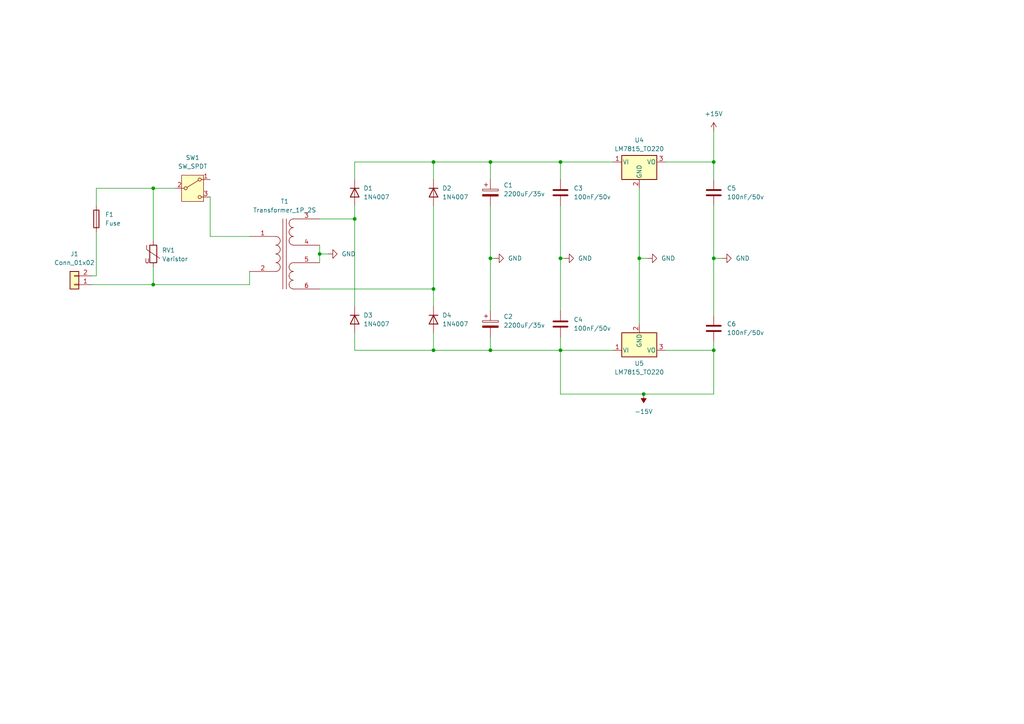
<source format=kicad_sch>
(kicad_sch (version 20231120) (generator "eeschema") (generator_version "8.0")
  (paper "A4")
  (lib_symbols
    (symbol "Connector_Generic:Conn_01x02" (pin_names (offset 1.016) hide)
      (property "Reference" "J" (at 0 2.54 0))
      (property "Value" "Conn_01x02" (at 0 -5.08 0))
      (symbol "Conn_01x02_1_1"
        (rectangle (start -1.27 -2.413) (end 0 -2.667) (stroke (width 0.1524)))
        (rectangle (start -1.27 0.127) (end 0 -0.127) (stroke (width 0.1524)))
        (rectangle (start -1.27 1.27) (end 1.27 -3.81) (stroke (width 0.254)) (fill (type background)))
        (pin passive line (at -5.08 0 0) (length 3.81) (name "Pin_1") (number "1"))
        (pin passive line (at -5.08 -2.54 0) (length 3.81) (name "Pin_2") (number "2"))
      )
    )
    (symbol "Device:C" (pin_numbers hide) (pin_names (offset 0.254))
      (property "Reference" "C" (at 0.635 2.54 0))
      (property "Value" "C" (at 0.635 -2.54 0))
      (symbol "C_0_1"
        (polyline (pts (xy -2.032 -0.762) (xy 2.032 -0.762)) (stroke (width 0.508)))
        (polyline (pts (xy -2.032 0.762) (xy 2.032 0.762)) (stroke (width 0.508)))
      )
      (symbol "C_1_1"
        (pin passive line (at 0 3.81 270) (length 2.794) (name "~") (number "1"))
        (pin passive line (at 0 -3.81 90) (length 2.794) (name "~") (number "2"))
      )
    )
    (symbol "Device:C_Polarized" (pin_numbers hide) (pin_names (offset 0.254))
      (property "Reference" "C" (at 0.635 2.54 0))
      (property "Value" "C_Polarized" (at 0.635 -2.54 0))
      (symbol "C_Polarized_0_1"
        (rectangle (start -2.286 0.508) (end 2.286 1.016))
        (polyline (pts (xy -1.778 2.286) (xy -0.762 2.286)))
        (polyline (pts (xy -1.27 2.794) (xy -1.27 1.778)))
        (rectangle (start 2.286 -0.508) (end -2.286 -1.016) (fill (type outline)))
      )
      (symbol "C_Polarized_1_1"
        (pin passive line (at 0 3.81 270) (length 2.794) (name "~") (number "1"))
        (pin passive line (at 0 -3.81 90) (length 2.794) (name "~") (number "2"))
      )
    )
    (symbol "Device:Fuse" (pin_numbers hide) (pin_names (offset 0))
      (property "Reference" "F" (at 2.032 0 90))
      (property "Value" "Fuse" (at -1.905 0 90))
      (symbol "Fuse_0_1"
        (rectangle (start -0.762 -2.54) (end 0.762 2.54) (stroke (width 0.254)))
        (polyline (pts (xy 0 2.54) (xy 0 -2.54)))
      )
      (symbol "Fuse_1_1"
        (pin passive line (at 0 3.81 270) (length 1.27) (name "~") (number "1"))
        (pin passive line (at 0 -3.81 90) (length 1.27) (name "~") (number "2"))
      )
    )
    (symbol "Device:Transformer_1P_2S" (pin_names (offset 1.016) hide)
      (property "Reference" "T" (at 0 12.7 0))
      (property "Value" "Transformer_1P_2S" (at 0 -12.7 0))
      (symbol "Transformer_1P_2S_0_1"
        (arc (start -2.54 -5.0546) (mid -1.6599 -4.6901) (end -1.27 -3.81))
        (arc (start -2.54 -2.5146) (mid -1.6599 -2.1501) (end -1.27 -1.27))
        (arc (start -2.54 0.0254) (mid -1.6599 0.3899) (end -1.27 1.27))
        (arc (start -2.54 2.5654) (mid -1.6599 2.9299) (end -1.27 3.81))
        (arc (start -1.27 -3.81) (mid -1.642 -2.912) (end -2.54 -2.54))
        (arc (start -1.27 -1.27) (mid -1.642 -0.372) (end -2.54 0))
        (arc (start -1.27 1.27) (mid -1.642 2.168) (end -2.54 2.54))
        (arc (start -1.27 3.81) (mid -1.642 4.708) (end -2.54 5.08))
        (polyline (pts (xy -0.508 -10.16) (xy -0.508 10.16)))
        (polyline (pts (xy 0.508 10.16) (xy 0.508 -10.16)))
        (arc (start 1.2954 -8.89) (mid 1.6599 -9.7701) (end 2.54 -10.1346))
        (arc (start 1.2954 -6.35) (mid 1.6599 -7.2301) (end 2.54 -7.5946))
        (arc (start 1.2954 -3.81) (mid 1.6599 -4.6901) (end 2.54 -5.0546))
        (arc (start 1.2954 3.81) (mid 1.6599 2.9299) (end 2.54 2.5654))
        (arc (start 1.2954 6.35) (mid 1.6599 5.4699) (end 2.54 5.1054))
        (arc (start 1.2954 8.89) (mid 1.6599 8.0099) (end 2.54 7.6454))
        (arc (start 2.54 -7.62) (mid 1.642 -7.992) (end 1.2954 -8.89))
        (arc (start 2.54 -5.08) (mid 1.642 -5.452) (end 1.2954 -6.35))
        (arc (start 2.54 -2.54) (mid 1.642 -2.912) (end 1.2954 -3.81))
        (arc (start 2.54 5.08) (mid 1.642 4.708) (end 1.2954 3.81))
        (arc (start 2.54 7.62) (mid 1.642 7.248) (end 1.2954 6.35))
        (arc (start 2.54 10.16) (mid 1.642 9.788) (end 1.2954 8.89))
      )
      (symbol "Transformer_1P_2S_1_1"
        (pin passive line (at -10.16 5.08 0) (length 7.62) (name "AA") (number "1"))
        (pin passive line (at -10.16 -5.08 0) (length 7.62) (name "AB") (number "2"))
        (pin passive line (at 10.16 10.16 180) (length 7.62) (name "SA") (number "3"))
        (pin passive line (at 10.16 2.54 180) (length 7.62) (name "SB") (number "4"))
        (pin passive line (at 10.16 -2.54 180) (length 7.62) (name "SC") (number "5"))
        (pin passive line (at 10.16 -10.16 180) (length 7.62) (name "SD") (number "6"))
      )
    )
    (symbol "Device:Varistor" (pin_numbers hide) (pin_names (offset 0))
      (property "Reference" "RV" (at 3.175 0 90))
      (property "Value" "Varistor" (at -3.175 0 90))
      (symbol "Varistor_0_0"
        (text "U" (at -1.778 -2.032 0) (effects (font (size 1.27 1.27))))
      )
      (symbol "Varistor_0_1"
        (rectangle (start -1.016 -2.54) (end 1.016 2.54) (stroke (width 0.254)))
        (polyline (pts (xy -1.905 2.54) (xy -1.905 1.27) (xy 1.905 -1.27)))
      )
      (symbol "Varistor_1_1"
        (pin passive line (at 0 3.81 270) (length 1.27) (name "~") (number "1"))
        (pin passive line (at 0 -3.81 90) (length 1.27) (name "~") (number "2"))
      )
    )
    (symbol "Diode:1N4007" (pin_numbers hide) (pin_names hide)
      (property "Reference" "D" (at 0 2.54 0))
      (property "Value" "1N4007" (at 0 -2.54 0))
      (symbol "1N4007_0_1"
        (polyline (pts (xy -1.27 1.27) (xy -1.27 -1.27)) (stroke (width 0.254)))
        (polyline (pts (xy 1.27 0) (xy -1.27 0)))
        (polyline (pts (xy 1.27 1.27) (xy 1.27 -1.27) (xy -1.27 0) (xy 1.27 1.27)) (stroke (width 0.254)))
      )
      (symbol "1N4007_1_1"
        (pin passive line (at -3.81 0 0) (length 2.54) (name "K") (number "1"))
        (pin passive line (at 3.81 0 180) (length 2.54) (name "A") (number "2"))
      )
    )
    (symbol "Regulator_Linear:LM7815_TO220" (pin_names (offset 0.254))
      (property "Reference" "U" (at -3.81 3.175 0))
      (property "Value" "LM7815_TO220" (at 0 3.175 0))
      (symbol "LM7815_TO220_0_1"
        (rectangle (start -5.08 1.905) (end 5.08 -5.08) (stroke (width 0.254)) (fill (type background)))
      )
      (symbol "LM7815_TO220_1_1"
        (pin power_in line (at -7.62 0 0) (length 2.54) (name "VI") (number "1"))
        (pin power_in line (at 0 -7.62 90) (length 2.54) (name "GND") (number "2"))
        (pin power_out line (at 7.62 0 180) (length 2.54) (name "VO") (number "3"))
      )
    )
    (symbol "Switch:SW_SPDT" (pin_names (offset 0) hide)
      (property "Reference" "SW" (at 0 5.08 0))
      (property "Value" "SW_SPDT" (at 0 -5.08 0))
      (symbol "SW_SPDT_0_1"
        (circle (center -2.032 0) (radius 0.4572))
        (polyline (pts (xy -1.651 0.254) (xy 1.651 2.286)))
        (circle (center 2.032 -2.54) (radius 0.4572))
        (circle (center 2.032 2.54) (radius 0.4572))
      )
      (symbol "SW_SPDT_1_1"
        (rectangle (start -3.175 3.81) (end 3.175 -3.81) (fill (type background)))
        (pin passive line (at 5.08 2.54 180) (length 2.54) (name "A") (number "1"))
        (pin passive line (at -5.08 0 0) (length 2.54) (name "B") (number "2"))
        (pin passive line (at 5.08 -2.54 180) (length 2.54) (name "C") (number "3"))
      )
    )
    (symbol "power:+15V" (power) (pin_numbers hide) (pin_names (offset 0) hide)
      (property "Value" "+15V" (at 0 3.556 0))
      (symbol "+15V_0_1"
        (polyline (pts (xy -0.762 1.27) (xy 0 2.54)))
        (polyline (pts (xy 0 0) (xy 0 2.54)))
        (polyline (pts (xy 0 2.54) (xy 0.762 1.27)))
      )
      (symbol "+15V_1_1"
        (pin power_in line (at 0 0 90) (length 0) (name "~") (number "1"))
      )
    )
    (symbol "power:-15V" (power) (pin_numbers hide) (pin_names (offset 0) hide)
      (property "Value" "-15V" (at 0 3.556 0))
      (symbol "-15V_0_0"
        (pin power_in line (at 0 0 90) (length 0) (name "~") (number "1"))
      )
      (symbol "-15V_0_1"
        (polyline (pts (xy 0 0) (xy 0 1.27) (xy 0.762 1.27) (xy 0 2.54) (xy -0.762 1.27) (xy 0 1.27)) (fill (type outline)))
      )
    )
    (symbol "power:GND" (power) (pin_numbers hide) (pin_names (offset 0) hide)
      (property "Value" "GND" (at 0 -3.81 0))
      (symbol "GND_0_1"
        (polyline (pts (xy 0 0) (xy 0 -1.27) (xy 1.27 -1.27) (xy 0 -2.54) (xy -1.27 -1.27) (xy 0 -1.27)))
      )
      (symbol "GND_1_1"
        (pin power_in line (at 0 0 270) (length 0) (name "~") (number "1"))
      )
    )
  )
  (junction (at 185.42 74.93))
  (junction (at 207.01 46.99))
  (junction (at 142.24 74.93))
  (junction (at 125.73 46.99))
  (junction (at 186.69 114.3))
  (junction (at 162.56 46.99))
  (junction (at 142.24 101.6))
  (junction (at 207.01 101.6))
  (junction (at 162.56 74.93))
  (junction (at 44.45 82.55))
  (junction (at 102.87 63.5))
  (junction (at 207.01 74.93))
  (junction (at 142.24 46.99))
  (junction (at 125.73 83.82))
  (junction (at 92.71 73.66))
  (junction (at 162.56 101.6))
  (junction (at 125.73 101.6))
  (junction (at 44.45 54.61))
  (wire (pts (xy 102.87 63.5) (xy 102.87 88.9)))
  (wire (pts (xy 207.01 101.6) (xy 207.01 99.06)))
  (wire (pts (xy 185.42 54.61) (xy 185.42 74.93)))
  (wire (pts (xy 162.56 101.6) (xy 162.56 114.3)))
  (wire (pts (xy 142.24 74.93) (xy 143.51 74.93)))
  (wire (pts (xy 44.45 54.61) (xy 27.94 54.61)))
  (wire (pts (xy 92.71 73.66) (xy 92.71 76.2)))
  (wire (pts (xy 162.56 101.6) (xy 177.8 101.6)))
  (wire (pts (xy 125.73 101.6) (xy 125.73 96.52)))
  (wire (pts (xy 193.04 46.99) (xy 207.01 46.99)))
  (wire (pts (xy 92.71 71.12) (xy 92.71 73.66)))
  (wire (pts (xy 207.01 59.69) (xy 207.01 74.93)))
  (wire (pts (xy 162.56 74.93) (xy 162.56 90.17)))
  (wire (pts (xy 102.87 59.69) (xy 102.87 63.5)))
  (wire (pts (xy 27.94 54.61) (xy 27.94 59.69)))
  (wire (pts (xy 125.73 83.82) (xy 125.73 88.9)))
  (wire (pts (xy 162.56 74.93) (xy 163.83 74.93)))
  (wire (pts (xy 193.04 101.6) (xy 207.01 101.6)))
  (wire (pts (xy 44.45 69.85) (xy 44.45 54.61)))
  (wire (pts (xy 44.45 82.55) (xy 44.45 77.47)))
  (wire (pts (xy 60.96 57.15) (xy 60.96 68.58)))
  (wire (pts (xy 72.39 82.55) (xy 72.39 78.74)))
  (wire (pts (xy 207.01 114.3) (xy 207.01 101.6)))
  (wire (pts (xy 142.24 101.6) (xy 142.24 97.79)))
  (wire (pts (xy 162.56 114.3) (xy 186.69 114.3)))
  (wire (pts (xy 92.71 73.66) (xy 95.25 73.66)))
  (wire (pts (xy 142.24 74.93) (xy 142.24 90.17)))
  (wire (pts (xy 60.96 68.58) (xy 72.39 68.58)))
  (wire (pts (xy 185.42 74.93) (xy 185.42 93.98)))
  (wire (pts (xy 207.01 74.93) (xy 207.01 91.44)))
  (wire (pts (xy 162.56 46.99) (xy 177.8 46.99)))
  (wire (pts (xy 142.24 46.99) (xy 142.24 52.07)))
  (wire (pts (xy 26.67 82.55) (xy 44.45 82.55)))
  (wire (pts (xy 102.87 46.99) (xy 125.73 46.99)))
  (wire (pts (xy 207.01 38.1) (xy 207.01 46.99)))
  (wire (pts (xy 142.24 46.99) (xy 162.56 46.99)))
  (wire (pts (xy 185.42 74.93) (xy 187.96 74.93)))
  (wire (pts (xy 162.56 101.6) (xy 142.24 101.6)))
  (wire (pts (xy 27.94 80.01) (xy 27.94 67.31)))
  (wire (pts (xy 102.87 96.52) (xy 102.87 101.6)))
  (wire (pts (xy 44.45 82.55) (xy 72.39 82.55)))
  (wire (pts (xy 92.71 83.82) (xy 125.73 83.82)))
  (wire (pts (xy 207.01 74.93) (xy 209.55 74.93)))
  (wire (pts (xy 44.45 54.61) (xy 50.8 54.61)))
  (wire (pts (xy 26.67 80.01) (xy 27.94 80.01)))
  (wire (pts (xy 92.71 63.5) (xy 102.87 63.5)))
  (wire (pts (xy 186.69 114.3) (xy 207.01 114.3)))
  (wire (pts (xy 162.56 97.79) (xy 162.56 101.6)))
  (wire (pts (xy 102.87 52.07) (xy 102.87 46.99)))
  (wire (pts (xy 125.73 46.99) (xy 125.73 52.07)))
  (wire (pts (xy 207.01 46.99) (xy 207.01 52.07)))
  (wire (pts (xy 162.56 46.99) (xy 162.56 52.07)))
  (wire (pts (xy 142.24 59.69) (xy 142.24 74.93)))
  (wire (pts (xy 102.87 101.6) (xy 125.73 101.6)))
  (wire (pts (xy 125.73 46.99) (xy 142.24 46.99)))
  (wire (pts (xy 125.73 59.69) (xy 125.73 83.82)))
  (wire (pts (xy 125.73 101.6) (xy 142.24 101.6)))
  (wire (pts (xy 162.56 59.69) (xy 162.56 74.93)))
  (symbol (lib_id "Regulator_Linear:LM7815_TO220") (at 185.42 101.6 0) (mirror x) (unit 1)
    (property "Reference" "U5" (at 185.42 105.41 0))
    (property "Value" "LM7815_TO220" (at 185.42 107.95 0))
    (property "Footprint" "Package_TO_SOT_THT:TO-220-3_Vertical" (effects (hide yes)))
    (property "Datasheet" "https://www.onsemi.cn/PowerSolutions/document/MC7800-D.PDF" (effects (hide yes)))
    (property "Description" "Positive 1A 35V Linear Regulator, Fixed Output 15V, TO-220" (effects (hide yes)))
  )
  (symbol (lib_id "Device:Fuse") (at 27.94 63.5 0) (unit 1)
    (property "Reference" "F1" (at 30.48 62.2299 0) (effects (justify left)))
    (property "Value" "Fuse" (at 30.48 64.7699 0) (effects (justify left)))
    (property "Description" "Fuse" (effects (hide yes)))
  )
  (symbol (lib_id "Connector_Generic:Conn_01x02") (at 21.59 82.55 180) (unit 1)
    (property "Reference" "J1" (at 21.59 73.66 0))
    (property "Value" "Conn_01x02" (at 21.59 76.2 0))
    (property "Description" "Generic connector, single row, 01x02, script generated (kicad-library-utils/schlib/autogen/connector/)" (effects (hide yes)))
  )
  (symbol (lib_id "power:GND") (at 209.55 74.93 90) (unit 1)
    (property "Reference" "#PWR010" (effects (hide yes)))
    (property "Value" "GND" (at 213.36 74.9299 90) (effects (justify right)))
    (property "Description" "Power symbol creates a global label with name \"GND\" , ground" (effects (hide yes)))
  )
  (symbol (lib_id "Device:C_Polarized") (at 142.24 55.88 0) (unit 1)
    (property "Reference" "C1" (at 146.05 53.7209 0) (effects (justify left)))
    (property "Value" "2200uF/35v" (at 146.05 56.2609 0) (effects (justify left)))
    (property "Description" "Polarized capacitor" (effects (hide yes)))
  )
  (symbol (lib_id "power:GND") (at 95.25 73.66 90) (unit 1)
    (property "Reference" "#PWR04" (effects (hide yes)))
    (property "Value" "GND" (at 99.06 73.6599 90) (effects (justify right)))
    (property "Description" "Power symbol creates a global label with name \"GND\" , ground" (effects (hide yes)))
  )
  (symbol (lib_id "Diode:1N4007") (at 125.73 92.71 270) (unit 1)
    (property "Reference" "D4" (at 128.27 91.4399 90) (effects (justify left)))
    (property "Value" "1N4007" (at 128.27 93.9799 90) (effects (justify left)))
    (property "Footprint" "Diode_THT:D_DO-41_SOD81_P10.16mm_Horizontal" (effects (hide yes)))
    (property "Datasheet" "http://www.vishay.com/docs/88503/1n4001.pdf" (effects (hide yes)))
    (property "Description" "1000V 1A General Purpose Rectifier Diode, DO-41" (effects (hide yes)))
    (property "Sim.Device" "D" (effects (hide yes)))
    (property "Sim.Pins" "1=K 2=A" (effects (hide yes)))
  )
  (symbol (lib_id "Device:Varistor") (at 44.45 73.66 0) (unit 1)
    (property "Reference" "RV1" (at 46.99 72.5832 0) (effects (justify left)))
    (property "Value" "Varistor" (at 46.99 75.1232 0) (effects (justify left)))
    (property "Description" "Voltage dependent resistor" (effects (hide yes)))
    (property "Sim.Name" "kicad_builtin_varistor" (effects (hide yes)))
    (property "Sim.Device" "SUBCKT" (effects (hide yes)))
    (property "Sim.Pins" "1=A 2=B" (effects (hide yes)))
    (property "Sim.Params" "threshold=1k" (effects (hide yes)))
    (property "Sim.Library" "${KICAD7_SYMBOL_DIR}/Simulation_SPICE.sp" (effects (hide yes)))
  )
  (symbol (lib_id "Device:Transformer_1P_2S") (at 82.55 73.66 0) (unit 1)
    (property "Reference" "T1" (at 82.55 58.42 0))
    (property "Value" "Transformer_1P_2S" (at 82.55 60.96 0))
    (property "Description" "Transformer, single primary, dual secondary" (effects (hide yes)))
  )
  (symbol (lib_id "power:GND") (at 163.83 74.93 90) (unit 1)
    (property "Reference" "#PWR06" (effects (hide yes)))
    (property "Value" "GND" (at 167.64 74.9299 90) (effects (justify right)))
    (property "Description" "Power symbol creates a global label with name \"GND\" , ground" (effects (hide yes)))
  )
  (symbol (lib_id "power:GND") (at 187.96 74.93 90) (unit 1)
    (property "Reference" "#PWR07" (effects (hide yes)))
    (property "Value" "GND" (at 191.77 74.9299 90) (effects (justify right)))
    (property "Description" "Power symbol creates a global label with name \"GND\" , ground" (effects (hide yes)))
  )
  (symbol (lib_id "Diode:1N4007") (at 102.87 55.88 270) (unit 1)
    (property "Reference" "D1" (at 105.41 54.6099 90) (effects (justify left)))
    (property "Value" "1N4007" (at 105.41 57.1499 90) (effects (justify left)))
    (property "Footprint" "Diode_THT:D_DO-41_SOD81_P10.16mm_Horizontal" (effects (hide yes)))
    (property "Datasheet" "http://www.vishay.com/docs/88503/1n4001.pdf" (effects (hide yes)))
    (property "Description" "1000V 1A General Purpose Rectifier Diode, DO-41" (effects (hide yes)))
    (property "Sim.Device" "D" (effects (hide yes)))
    (property "Sim.Pins" "1=K 2=A" (effects (hide yes)))
  )
  (symbol (lib_id "power:-15V") (at 186.69 114.3 180) (unit 1)
    (property "Reference" "#PWR08" (effects (hide yes)))
    (property "Value" "-15V" (at 186.69 119.38 0))
    (property "Description" "Power symbol creates a global label with name \"-15V\"" (effects (hide yes)))
  )
  (symbol (lib_id "Diode:1N4007") (at 102.87 92.71 270) (unit 1)
    (property "Reference" "D3" (at 105.41 91.4399 90) (effects (justify left)))
    (property "Value" "1N4007" (at 105.41 93.9799 90) (effects (justify left)))
    (property "Footprint" "Diode_THT:D_DO-41_SOD81_P10.16mm_Horizontal" (effects (hide yes)))
    (property "Datasheet" "http://www.vishay.com/docs/88503/1n4001.pdf" (effects (hide yes)))
    (property "Description" "1000V 1A General Purpose Rectifier Diode, DO-41" (effects (hide yes)))
    (property "Sim.Device" "D" (effects (hide yes)))
    (property "Sim.Pins" "1=K 2=A" (effects (hide yes)))
  )
  (symbol (lib_id "power:+15V") (at 207.01 38.1 0) (unit 1)
    (property "Reference" "#PWR09" (effects (hide yes)))
    (property "Value" "+15V" (at 207.01 33.02 0))
    (property "Description" "Power symbol creates a global label with name \"+15V\"" (effects (hide yes)))
  )
  (symbol (lib_id "Device:C") (at 162.56 93.98 0) (unit 1)
    (property "Reference" "C4" (at 166.37 92.7099 0) (effects (justify left)))
    (property "Value" "100nF/50v" (at 166.37 95.2499 0) (effects (justify left)))
    (property "Description" "Unpolarized capacitor" (effects (hide yes)))
  )
  (symbol (lib_id "Diode:1N4007") (at 125.73 55.88 270) (unit 1)
    (property "Reference" "D2" (at 128.27 54.6099 90) (effects (justify left)))
    (property "Value" "1N4007" (at 128.27 57.1499 90) (effects (justify left)))
    (property "Footprint" "Diode_THT:D_DO-41_SOD81_P10.16mm_Horizontal" (effects (hide yes)))
    (property "Datasheet" "http://www.vishay.com/docs/88503/1n4001.pdf" (effects (hide yes)))
    (property "Description" "1000V 1A General Purpose Rectifier Diode, DO-41" (effects (hide yes)))
    (property "Sim.Device" "D" (effects (hide yes)))
    (property "Sim.Pins" "1=K 2=A" (effects (hide yes)))
  )
  (symbol (lib_id "Device:C_Polarized") (at 142.24 93.98 0) (unit 1)
    (property "Reference" "C2" (at 146.05 91.8209 0) (effects (justify left)))
    (property "Value" "2200uF/35v" (at 146.05 94.3609 0) (effects (justify left)))
    (property "Description" "Polarized capacitor" (effects (hide yes)))
  )
  (symbol (lib_id "Device:C") (at 162.56 55.88 0) (unit 1)
    (property "Reference" "C3" (at 166.37 54.6099 0) (effects (justify left)))
    (property "Value" "100nF/50v" (at 166.37 57.1499 0) (effects (justify left)))
    (property "Description" "Unpolarized capacitor" (effects (hide yes)))
  )
  (symbol (lib_id "Device:C") (at 207.01 95.25 0) (unit 1)
    (property "Reference" "C6" (at 210.82 93.9799 0) (effects (justify left)))
    (property "Value" "100nF/50v" (at 210.82 96.5199 0) (effects (justify left)))
    (property "Description" "Unpolarized capacitor" (effects (hide yes)))
  )
  (symbol (lib_id "Regulator_Linear:LM7815_TO220") (at 185.42 46.99 0) (unit 1)
    (property "Reference" "U4" (at 185.42 40.64 0))
    (property "Value" "LM7815_TO220" (at 185.42 43.18 0))
    (property "Footprint" "Package_TO_SOT_THT:TO-220-3_Vertical" (effects (hide yes)))
    (property "Datasheet" "https://www.onsemi.cn/PowerSolutions/document/MC7800-D.PDF" (effects (hide yes)))
    (property "Description" "Positive 1A 35V Linear Regulator, Fixed Output 15V, TO-220" (effects (hide yes)))
  )
  (symbol (lib_id "Switch:SW_SPDT") (at 55.88 54.61 0) (unit 1)
    (property "Reference" "SW1" (at 55.88 45.72 0))
    (property "Value" "SW_SPDT" (at 55.88 48.26 0))
    (property "Description" "Switch, single pole double throw" (effects (hide yes)))
  )
  (symbol (lib_id "power:GND") (at 143.51 74.93 90) (unit 1)
    (property "Reference" "#PWR05" (effects (hide yes)))
    (property "Value" "GND" (at 147.32 74.9299 90) (effects (justify right)))
    (property "Description" "Power symbol creates a global label with name \"GND\" , ground" (effects (hide yes)))
  )
  (symbol (lib_id "Device:C") (at 207.01 55.88 0) (unit 1)
    (property "Reference" "C5" (at 210.82 54.6099 0) (effects (justify left)))
    (property "Value" "100nF/50v" (at 210.82 57.1499 0) (effects (justify left)))
    (property "Description" "Unpolarized capacitor" (effects (hide yes)))
  )
)
</source>
